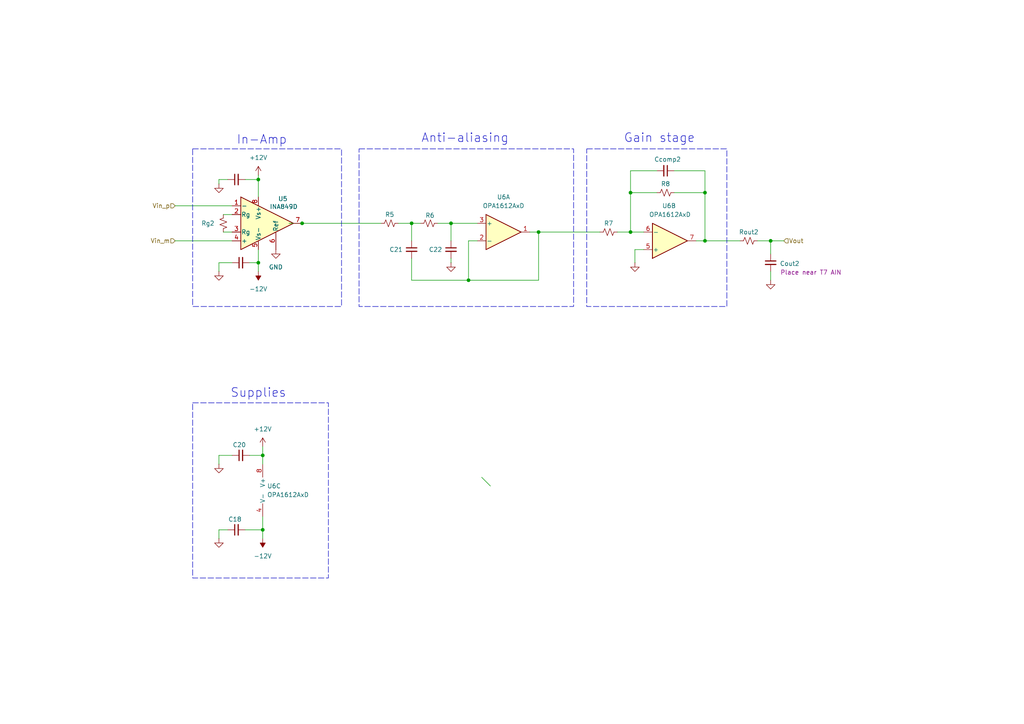
<source format=kicad_sch>
(kicad_sch (version 20250114) (generator "eeschema") (generator_version "9.0")
  (paper "A4")
  (lib_symbols
    (symbol "Amplifier_Instrumentation:INA849D" (pin_names (offset 0.127))
      (property "Reference" "U" (at 3.556 7.366 0))
      (property "Value" "INA849D" (at 7.366 5.334 0))
      (symbol "INA849D_0_1"
        (polyline (pts (xy -5.08 7.62) (xy -5.08 -7.62) (xy 10.16 0) (xy -5.08 7.62)) (stroke (width 0.254)) (fill (type background)))
      )
      (symbol "INA849D_1_1"
        (pin input line (at -7.62 5.08 0) (length 2.54) (name "-") (number "1"))
        (pin passive line (at -7.62 2.54 0) (length 2.54) (name "Rg") (number "2"))
        (pin passive line (at -7.62 -2.54 0) (length 2.54) (name "Rg") (number "3"))
        (pin input line (at -7.62 -5.08 0) (length 2.54) (name "+") (number "4"))
        (pin power_in line (at 0 7.62 270) (length 2.54) (name "Vs+") (number "8"))
        (pin power_in line (at 0 -7.62 90) (length 2.54) (name "Vs-") (number "5"))
        (pin passive line (at 5.08 -7.62 90) (length 5.08) (name "Ref") (number "6"))
        (pin output line (at 12.7 0 180) (length 2.54) (name "~") (number "7"))
      )
    )
    (symbol "Amplifier_Operational:OPA1612AxD" (pin_names (offset 0.127))
      (property "Reference" "U" (at 0 5.08 0))
      (property "Value" "OPA1612AxD" (at 0 -5.08 0))
      (symbol "OPA1612AxD_1_1"
        (polyline (pts (xy -5.08 5.08) (xy 5.08 0) (xy -5.08 -5.08) (xy -5.08 5.08)) (stroke (width 0.254)) (fill (type background)))
        (pin input line (at -7.62 2.54 0) (length 2.54) (name "+") (number "3"))
        (pin input line (at -7.62 -2.54 0) (length 2.54) (name "-") (number "2"))
        (pin output line (at 7.62 0 180) (length 2.54) (name "~") (number "1"))
      )
      (symbol "OPA1612AxD_2_1"
        (polyline (pts (xy -5.08 5.08) (xy 5.08 0) (xy -5.08 -5.08) (xy -5.08 5.08)) (stroke (width 0.254)) (fill (type background)))
        (pin input line (at -7.62 2.54 0) (length 2.54) (name "+") (number "5"))
        (pin input line (at -7.62 -2.54 0) (length 2.54) (name "-") (number "6"))
        (pin output line (at 7.62 0 180) (length 2.54) (name "~") (number "7"))
      )
      (symbol "OPA1612AxD_3_1"
        (pin power_in line (at -2.54 7.62 270) (length 3.81) (name "V+") (number "8"))
        (pin power_in line (at -2.54 -7.62 90) (length 3.81) (name "V-") (number "4"))
      )
    )
    (symbol "Device:C_Small" (pin_numbers (hide yes)) (pin_names (offset 0.254) (hide yes))
      (property "Reference" "C" (at 0.254 1.778 0))
      (property "Value" "C_Small" (at 0.254 -2.032 0))
      (symbol "C_Small_0_1"
        (polyline (pts (xy -1.524 0.508) (xy 1.524 0.508)) (stroke (width 0.3048)))
        (polyline (pts (xy -1.524 -0.508) (xy 1.524 -0.508)) (stroke (width 0.3302)))
      )
      (symbol "C_Small_1_1"
        (pin passive line (at 0 2.54 270) (length 2.032) (name "~") (number "1"))
        (pin passive line (at 0 -2.54 90) (length 2.032) (name "~") (number "2"))
      )
    )
    (symbol "Device:R_Small_US" (pin_numbers (hide yes)) (pin_names (offset 0.254) (hide yes))
      (property "Reference" "R" (at 0.762 0.508 0))
      (property "Value" "R_Small_US" (at 0.762 -1.016 0))
      (symbol "R_Small_US_1_1"
        (polyline (pts (xy 0 1.524) (xy 1.016 1.143) (xy 0 0.762) (xy -1.016 0.381) (xy 0 0)))
        (polyline (pts (xy 0 0) (xy 1.016 -0.381) (xy 0 -0.762) (xy -1.016 -1.143) (xy 0 -1.524)))
        (pin passive line (at 0 2.54 270) (length 1.016) (name "~") (number "1"))
        (pin passive line (at 0 -2.54 90) (length 1.016) (name "~") (number "2"))
      )
    )
    (symbol "power:+12V" (power) (pin_numbers (hide yes)) (pin_names (offset 0) (hide yes))
      (property "Value" "+12V" (at 0 3.556 0))
      (symbol "+12V_0_1"
        (polyline (pts (xy -0.762 1.27) (xy 0 2.54)))
        (polyline (pts (xy 0 2.54) (xy 0.762 1.27)))
        (polyline (pts (xy 0 0) (xy 0 2.54)))
      )
      (symbol "+12V_1_1"
        (pin power_in line (at 0 0 90) (length 0) (name "~") (number "1"))
      )
    )
    (symbol "power:-12V" (power) (pin_numbers (hide yes)) (pin_names (offset 0) (hide yes))
      (property "Value" "-12V" (at 0 3.556 0))
      (symbol "-12V_0_0"
        (pin power_in line (at 0 0 90) (length 0) (name "~") (number "1"))
      )
      (symbol "-12V_0_1"
        (polyline (pts (xy 0 0) (xy 0 1.27) (xy 0.762 1.27) (xy 0 2.54) (xy -0.762 1.27) (xy 0 1.27)) (fill (type outline)))
      )
    )
    (symbol "power:GND" (power) (pin_numbers (hide yes)) (pin_names (offset 0) (hide yes))
      (property "Value" "GND" (at 0 -3.81 0))
      (symbol "GND_0_1"
        (polyline (pts (xy 0 0) (xy 0 -1.27) (xy 1.27 -1.27) (xy 0 -2.54) (xy -1.27 -1.27) (xy 0 -1.27)))
      )
      (symbol "GND_1_1"
        (pin power_in line (at 0 0 270) (length 0) (name "~") (number "1"))
      )
    )
  )
  (rectangle (start 170.18 43.18) (end 210.82 88.9) (stroke (width 0) (type dash)))
  (rectangle (start 55.88 116.84) (end 95.25 167.64) (stroke (width 0) (type dash)))
  (rectangle (start 55.88 43.18) (end 99.06 88.9) (stroke (width 0) (type dash)))
  (rectangle (start 104.14 43.18) (end 166.37 88.9) (stroke (width 0) (type dash)))
  (text "Gain stage" (at 191.262 40.132 0) (effects (font (size 2.54 2.54))))
  (text "Anti-aliasing" (at 134.874 40.132 0) (effects (font (size 2.54 2.54))))
  (text "In-Amp" (at 75.946 40.64 0) (effects (font (size 2.54 2.54))))
  (text "Supplies" (at 74.93 114.046 0) (effects (font (size 2.54 2.54))))
  (junction (at 204.47 55.88))
  (junction (at 76.2 153.67))
  (junction (at 182.88 67.31))
  (junction (at 204.47 69.85))
  (junction (at 135.89 81.28))
  (junction (at 119.38 64.77))
  (junction (at 74.93 52.07))
  (junction (at 76.2 132.08))
  (junction (at 130.81 64.77))
  (junction (at 87.63 64.77))
  (junction (at 223.52 69.85))
  (junction (at 182.88 55.88))
  (junction (at 74.93 76.2))
  (junction (at 156.21 67.31))
  (bus_entry (at 139.7 138.43) (size 2.54 2.54))
  (wire (pts (xy 63.5 153.67) (xy 63.5 156.21)))
  (wire (pts (xy 63.5 132.08) (xy 67.31 132.08)))
  (wire (pts (xy 204.47 49.53) (xy 204.47 55.88)))
  (wire (pts (xy 64.77 67.31) (xy 67.31 67.31)))
  (wire (pts (xy 156.21 67.31) (xy 153.67 67.31)))
  (wire (pts (xy 50.8 69.85) (xy 67.31 69.85)))
  (wire (pts (xy 83.82 64.77) (xy 87.63 64.77)))
  (wire (pts (xy 182.88 67.31) (xy 186.69 67.31)))
  (wire (pts (xy 74.93 52.07) (xy 74.93 57.15)))
  (wire (pts (xy 119.38 64.77) (xy 119.38 69.85)))
  (wire (pts (xy 156.21 67.31) (xy 173.99 67.31)))
  (wire (pts (xy 87.63 64.77) (xy 110.49 64.77)))
  (wire (pts (xy 130.81 74.93) (xy 130.81 76.2)))
  (wire (pts (xy 182.88 55.88) (xy 182.88 67.31)))
  (wire (pts (xy 76.2 149.86) (xy 76.2 153.67)))
  (wire (pts (xy 63.5 76.2) (xy 67.31 76.2)))
  (wire (pts (xy 74.93 50.8) (xy 74.93 52.07)))
  (wire (pts (xy 50.8 59.69) (xy 67.31 59.69)))
  (wire (pts (xy 63.5 78.74) (xy 63.5 76.2)))
  (wire (pts (xy 179.07 67.31) (xy 182.88 67.31)))
  (wire (pts (xy 184.15 72.39) (xy 186.69 72.39)))
  (wire (pts (xy 119.38 64.77) (xy 121.92 64.77)))
  (wire (pts (xy 190.5 55.88) (xy 182.88 55.88)))
  (wire (pts (xy 130.81 64.77) (xy 138.43 64.77)))
  (wire (pts (xy 64.77 62.23) (xy 67.31 62.23)))
  (wire (pts (xy 74.93 72.39) (xy 74.93 76.2)))
  (wire (pts (xy 66.04 153.67) (xy 63.5 153.67)))
  (wire (pts (xy 76.2 132.08) (xy 76.2 134.62)))
  (wire (pts (xy 219.71 69.85) (xy 223.52 69.85)))
  (wire (pts (xy 156.21 67.31) (xy 156.21 81.28)))
  (wire (pts (xy 195.58 55.88) (xy 204.47 55.88)))
  (wire (pts (xy 76.2 153.67) (xy 76.2 156.21)))
  (wire (pts (xy 119.38 81.28) (xy 135.89 81.28)))
  (wire (pts (xy 204.47 55.88) (xy 204.47 69.85)))
  (wire (pts (xy 223.52 78.74) (xy 223.52 81.28)))
  (wire (pts (xy 115.57 64.77) (xy 119.38 64.77)))
  (wire (pts (xy 223.52 69.85) (xy 223.52 73.66)))
  (wire (pts (xy 76.2 129.54) (xy 76.2 132.08)))
  (wire (pts (xy 63.5 52.07) (xy 63.5 53.34)))
  (wire (pts (xy 135.89 81.28) (xy 156.21 81.28)))
  (wire (pts (xy 135.89 69.85) (xy 135.89 81.28)))
  (wire (pts (xy 223.52 69.85) (xy 227.33 69.85)))
  (wire (pts (xy 71.12 52.07) (xy 74.93 52.07)))
  (wire (pts (xy 195.58 49.53) (xy 204.47 49.53)))
  (wire (pts (xy 190.5 49.53) (xy 182.88 49.53)))
  (wire (pts (xy 201.93 69.85) (xy 204.47 69.85)))
  (wire (pts (xy 71.12 153.67) (xy 76.2 153.67)))
  (wire (pts (xy 63.5 134.62) (xy 63.5 132.08)))
  (wire (pts (xy 204.47 69.85) (xy 214.63 69.85)))
  (wire (pts (xy 130.81 64.77) (xy 130.81 69.85)))
  (wire (pts (xy 184.15 76.2) (xy 184.15 72.39)))
  (wire (pts (xy 138.43 69.85) (xy 135.89 69.85)))
  (wire (pts (xy 127 64.77) (xy 130.81 64.77)))
  (wire (pts (xy 119.38 74.93) (xy 119.38 81.28)))
  (wire (pts (xy 182.88 49.53) (xy 182.88 55.88)))
  (wire (pts (xy 72.39 76.2) (xy 74.93 76.2)))
  (wire (pts (xy 66.04 52.07) (xy 63.5 52.07)))
  (wire (pts (xy 72.39 132.08) (xy 76.2 132.08)))
  (wire (pts (xy 74.93 76.2) (xy 74.93 78.74)))
  (hierarchical_label "Vin_p" (shape input) (at 50.8 59.69 180))
  (hierarchical_label "Vout" (shape input) (at 227.33 69.85 0))
  (hierarchical_label "Vin_m" (shape input) (at 50.8 69.85 180))
  (symbol (lib_id "Device:R_Small_US") (at 176.53 67.31 90) (unit 1)
    (property "Reference" "R3" (at 176.53 64.77 90))
    (property "Value" "R_Small_US" (effects (hide yes)))
    (property "Description" "Resistor, small US symbol" (effects (hide yes)))
    (instances (project "Gain_Link" (path "" (reference "R7") (unit 1)) (path "" (reference "R3") (unit 1))))
  )
  (symbol (lib_id "power:GND") (at 63.5 53.34 0) (unit 1)
    (property "Reference" "#PWR036" (effects (hide yes)))
    (property "Value" "GND" (effects (hide yes)))
    (property "Description" "Power symbol creates a global label with name \"GND\" , ground" (effects (hide yes)))
    (instances (project "Gain_Link" (path "" (reference "#PWR039") (unit 1)) (path "" (reference "#PWR036") (unit 1))))
  )
  (symbol (lib_id "Device:R_Small_US") (at 193.04 55.88 90) (unit 1)
    (property "Reference" "R4" (at 193.04 53.34 90))
    (property "Value" "R_Small_US" (effects (hide yes)))
    (property "Description" "Resistor, small US symbol" (effects (hide yes)))
    (instances (project "Gain_Link" (path "" (reference "R8") (unit 1)) (path "" (reference "R4") (unit 1))))
  )
  (symbol (lib_id "Device:C_Small") (at 193.04 49.53 270) (mirror x) (unit 1)
    (property "Reference" "Ccomp1" (at 189.738 46.228 90) (effects (justify left)))
    (property "Value" "C_Small" (effects (hide yes)))
    (property "Description" "Unpolarized capacitor, small symbol" (effects (hide yes)))
    (instances (project "Gain_Link" (path "" (reference "Ccomp2") (unit 1)) (path "" (reference "Ccomp1") (unit 1))))
  )
  (symbol (lib_id "Amplifier_Operational:OPA1612AxD") (at 78.74 142.24 0) (unit 3)
    (property "Reference" "U3" (at 77.47 140.9699 0) (effects (justify left)))
    (property "Value" "OPA1612AxD" (at 77.47 143.5099 0) (effects (justify left)))
    (property "Datasheet" "http://www.ti.com/lit/ds/symlink/opa1612.pdf" (effects (hide yes)))
    (property "Description" "Dual SoundPlus High Performance, Bipolar-Input Audio Operational Amplifiers, SOIC-8" (effects (hide yes)))
    (instances (project "Gain_Link" (path "" (reference "U6") (unit 3)) (path "" (reference "U3") (unit 3))))
  )
  (symbol (lib_id "Device:C_Small") (at 68.58 153.67 90) (unit 1)
    (property "Reference" "C13" (at 70.104 150.622 90) (effects (justify left)))
    (property "Value" "C_Small" (effects (hide yes)))
    (property "Description" "Unpolarized capacitor, small symbol" (effects (hide yes)))
    (instances (project "Gain_Link" (path "" (reference "C18") (unit 1)) (path "" (reference "C13") (unit 1))))
  )
  (symbol (lib_id "power:GND") (at 63.5 134.62 0) (unit 1)
    (property "Reference" "#PWR034" (effects (hide yes)))
    (property "Value" "GND" (effects (hide yes)))
    (property "Description" "Power symbol creates a global label with name \"GND\" , ground" (effects (hide yes)))
    (instances (project "Gain_Link" (path "" (reference "#PWR041") (unit 1)) (path "" (reference "#PWR034") (unit 1))))
  )
  (symbol (lib_id "power:GND") (at 80.01 72.39 0) (unit 1)
    (property "Reference" "#PWR030" (effects (hide yes)))
    (property "Value" "GND" (at 80.01 77.47 0))
    (property "Description" "Power symbol creates a global label with name \"GND\" , ground" (effects (hide yes)))
    (instances (project "Gain_Link" (path "" (reference "#PWR047") (unit 1)) (path "" (reference "#PWR030") (unit 1))))
  )
  (symbol (lib_id "Device:C_Small") (at 223.52 76.2 0) (mirror y) (unit 1)
    (property "Reference" "Cout1" (at 231.902 76.454 0) (effects (justify left)))
    (property "Value" "C_Small" (effects (hide yes)))
    (property "Description" "Unpolarized capacitor, small symbol" (effects (hide yes)))
    (property "Notes" "Place near T7 AIN" (at 235.204 78.994 0))
    (instances (project "Gain_Link" (path "" (reference "Cout2") (unit 1)) (path "" (reference "Cout1") (unit 1))))
  )
  (symbol (lib_id "Device:R_Small_US") (at 124.46 64.77 90) (unit 1)
    (property "Reference" "R2" (at 124.714 62.484 90))
    (property "Value" "R_Small_US" (effects (hide yes)))
    (property "Description" "Resistor, small US symbol" (effects (hide yes)))
    (instances (project "Gain_Link" (path "" (reference "R6") (unit 1)) (path "" (reference "R2") (unit 1))))
  )
  (symbol (lib_id "Amplifier_Operational:OPA1612AxD") (at 194.31 69.85 0) (mirror x) (unit 2)
    (property "Reference" "U3" (at 194.056 59.69 0))
    (property "Value" "OPA1612AxD" (at 194.31 62.23 0))
    (property "Datasheet" "http://www.ti.com/lit/ds/symlink/opa1612.pdf" (effects (hide yes)))
    (property "Description" "Dual SoundPlus High Performance, Bipolar-Input Audio Operational Amplifiers, SOIC-8" (effects (hide yes)))
    (instances (project "Gain_Link" (path "" (reference "U6") (unit 2)) (path "" (reference "U3") (unit 2))))
  )
  (symbol (lib_id "power:GND") (at 63.5 156.21 0) (unit 1)
    (property "Reference" "#PWR037" (effects (hide yes)))
    (property "Value" "GND" (effects (hide yes)))
    (property "Description" "Power symbol creates a global label with name \"GND\" , ground" (effects (hide yes)))
    (instances (project "Gain_Link" (path "" (reference "#PWR042") (unit 1)) (path "" (reference "#PWR037") (unit 1))))
  )
  (symbol (lib_id "power:-12V") (at 76.2 156.21 180) (unit 1)
    (property "Reference" "#PWR032" (effects (hide yes)))
    (property "Value" "-12V" (at 76.2 161.29 0))
    (property "Description" "Power symbol creates a global label with name \"-12V\"" (effects (hide yes)))
    (instances (project "Gain_Link" (path "" (reference "#PWR046") (unit 1)) (path "" (reference "#PWR032") (unit 1))))
  )
  (symbol (lib_id "power:GND") (at 130.81 76.2 0) (unit 1)
    (property "Reference" "#PWR" (effects (hide yes)))
    (property "Value" "GND" (effects (hide yes)))
    (property "Description" "Power symbol creates a global label with name \"GND\" , ground" (effects (hide yes)))
    (instances (project "Gain_Link" (path "" (reference "#PWR048") (unit 1))))
  )
  (symbol (lib_id "Device:R_Small_US") (at 113.03 64.77 90) (unit 1)
    (property "Reference" "R1" (at 113.03 62.23 90))
    (property "Value" "R_Small_US" (effects (hide yes)))
    (property "Description" "Resistor, small US symbol" (effects (hide yes)))
    (instances (project "Gain_Link" (path "" (reference "R5") (unit 1)) (path "" (reference "R1") (unit 1))))
  )
  (symbol (lib_id "Amplifier_Operational:OPA1612AxD") (at 146.05 67.31 0) (unit 1)
    (property "Reference" "U3" (at 146.05 57.15 0))
    (property "Value" "OPA1612AxD" (at 146.05 59.69 0))
    (property "Datasheet" "http://www.ti.com/lit/ds/symlink/opa1612.pdf" (effects (hide yes)))
    (property "Description" "Dual SoundPlus High Performance, Bipolar-Input Audio Operational Amplifiers, SOIC-8" (effects (hide yes)))
    (instances (project "Gain_Link" (path "" (reference "U6") (unit 1)) (path "" (reference "U3") (unit 1))))
  )
  (symbol (lib_id "Device:R_Small_US") (at 217.17 69.85 90) (unit 1)
    (property "Reference" "Rout1" (at 217.17 67.31 90))
    (property "Value" "R_Small_US" (effects (hide yes)))
    (property "Description" "Resistor, small US symbol" (effects (hide yes)))
    (instances (project "Gain_Link" (path "" (reference "Rout2") (unit 1)) (path "" (reference "Rout1") (unit 1))))
  )
  (symbol (lib_id "power:GND") (at 63.5 78.74 0) (unit 1)
    (property "Reference" "#PWR035" (effects (hide yes)))
    (property "Value" "GND" (effects (hide yes)))
    (property "Description" "Power symbol creates a global label with name \"GND\" , ground" (effects (hide yes)))
    (instances (project "Gain_Link" (path "" (reference "#PWR040") (unit 1)) (path "" (reference "#PWR035") (unit 1))))
  )
  (symbol (lib_id "power:GND") (at 184.15 76.2 0) (unit 1)
    (property "Reference" "#PWR031" (effects (hide yes)))
    (property "Value" "GND" (effects (hide yes)))
    (property "Description" "Power symbol creates a global label with name \"GND\" , ground" (effects (hide yes)))
    (instances (project "Gain_Link" (path "" (reference "#PWR049") (unit 1)) (path "" (reference "#PWR031") (unit 1))))
  )
  (symbol (lib_id "power:+12V") (at 74.93 50.8 0) (unit 1)
    (property "Reference" "#PWR027" (effects (hide yes)))
    (property "Value" "+12V" (at 74.93 45.72 0))
    (property "Description" "Power symbol creates a global label with name \"+12V\"" (effects (hide yes)))
    (instances (project "Gain_Link" (path "" (reference "#PWR043") (unit 1)) (path "" (reference "#PWR027") (unit 1))))
  )
  (symbol (lib_id "Amplifier_Instrumentation:INA849D") (at 74.93 64.77 0) (unit 1)
    (property "Reference" "U4" (at 82.042 57.658 0))
    (property "Value" "INA849D" (at 82.296 59.944 0))
    (property "Footprint" "Package_SO:SOIC-8_3.9x4.9mm_P1.27mm" (effects (hide yes)))
    (property "Datasheet" "https://www.ti.com/lit/ds/symlink/ina849.pdf" (effects (hide yes)))
    (property "Description" "Ultra-Low-Noise (1 nV/√Hz), 28 MHz Bandwidth, Instrumentation Amplifier, Supply Range 8V to 36V, SOIC-8" (effects (hide yes)))
    (instances (project "Gain_Link" (path "" (reference "U5") (unit 1)) (path "" (reference "U4") (unit 1))))
  )
  (symbol (lib_id "Device:C_Small") (at 69.85 76.2 90) (mirror x) (unit 1)
    (property "Reference" "C15" (effects (hide yes)))
    (property "Value" "C_Small" (effects (hide yes)))
    (property "Description" "Unpolarized capacitor, small symbol" (effects (hide yes)))
    (instances (project "Gain_Link" (path "" (reference "C19") (unit 1)) (path "" (reference "C15") (unit 1))))
  )
  (symbol (lib_id "Device:C_Small") (at 69.85 132.08 90) (unit 1)
    (property "Reference" "C14" (at 71.374 129.032 90) (effects (justify left)))
    (property "Value" "C_Small" (effects (hide yes)))
    (property "Description" "Unpolarized capacitor, small symbol" (effects (hide yes)))
    (instances (project "Gain_Link" (path "" (reference "C20") (unit 1)) (path "" (reference "C14") (unit 1))))
  )
  (symbol (lib_id "Device:C_Small") (at 68.58 52.07 90) (unit 1)
    (property "Reference" "C16" (effects (hide yes)))
    (property "Value" "C_Small" (effects (hide yes)))
    (property "Description" "Unpolarized capacitor, small symbol" (effects (hide yes)))
    (instances (project "Gain_Link" (path "" (reference "C17") (unit 1)) (path "" (reference "C16") (unit 1))))
  )
  (symbol (lib_id "Device:C_Small") (at 119.38 72.39 0) (mirror y) (unit 1)
    (property "Reference" "C2" (at 116.84 72.39 0) (effects (justify left)))
    (property "Value" "C_Small" (effects (hide yes)))
    (property "Description" "Unpolarized capacitor, small symbol" (effects (hide yes)))
    (instances (project "Gain_Link" (path "" (reference "C21") (unit 1)) (path "" (reference "C2") (unit 1))))
  )
  (symbol (lib_id "power:-12V") (at 74.93 78.74 180) (unit 1)
    (property "Reference" "#PWR028" (effects (hide yes)))
    (property "Value" "-12V" (at 74.93 83.82 0))
    (property "Description" "Power symbol creates a global label with name \"-12V\"" (effects (hide yes)))
    (instances (project "Gain_Link" (path "" (reference "#PWR044") (unit 1)) (path "" (reference "#PWR028") (unit 1))))
  )
  (symbol (lib_id "Device:C_Small") (at 130.81 72.39 0) (mirror y) (unit 1)
    (property "Reference" "C1" (at 128.27 72.39 0) (effects (justify left)))
    (property "Value" "C_Small" (effects (hide yes)))
    (property "Description" "Unpolarized capacitor, small symbol" (effects (hide yes)))
    (instances (project "Gain_Link" (path "" (reference "C22") (unit 1)) (path "" (reference "C1") (unit 1))))
  )
  (symbol (lib_id "power:+12V") (at 76.2 129.54 0) (unit 1)
    (property "Reference" "#PWR033" (effects (hide yes)))
    (property "Value" "+12V" (at 76.2 124.46 0))
    (property "Description" "Power symbol creates a global label with name \"+12V\"" (effects (hide yes)))
    (instances (project "Gain_Link" (path "" (reference "#PWR045") (unit 1)) (path "" (reference "#PWR033") (unit 1))))
  )
  (symbol (lib_id "power:GND") (at 223.52 81.28 0) (unit 1)
    (property "Reference" "#PWR038" (effects (hide yes)))
    (property "Value" "GND" (effects (hide yes)))
    (property "Description" "Power symbol creates a global label with name \"GND\" , ground" (effects (hide yes)))
    (instances (project "Gain_Link" (path "" (reference "#PWR050") (unit 1)) (path "" (reference "#PWR038") (unit 1))))
  )
  (symbol (lib_id "Device:R_Small_US") (at 64.77 64.77 0) (mirror y) (unit 1)
    (property "Reference" "Rg1" (at 62.23 64.7699 0) (effects (justify left)))
    (property "Value" "R_Small_US" (effects (hide yes)))
    (property "Description" "Resistor, small US symbol" (effects (hide yes)))
    (instances (project "Gain_Link" (path "" (reference "Rg2") (unit 1)) (path "" (reference "Rg1") (unit 1))))
  )
)
</source>
